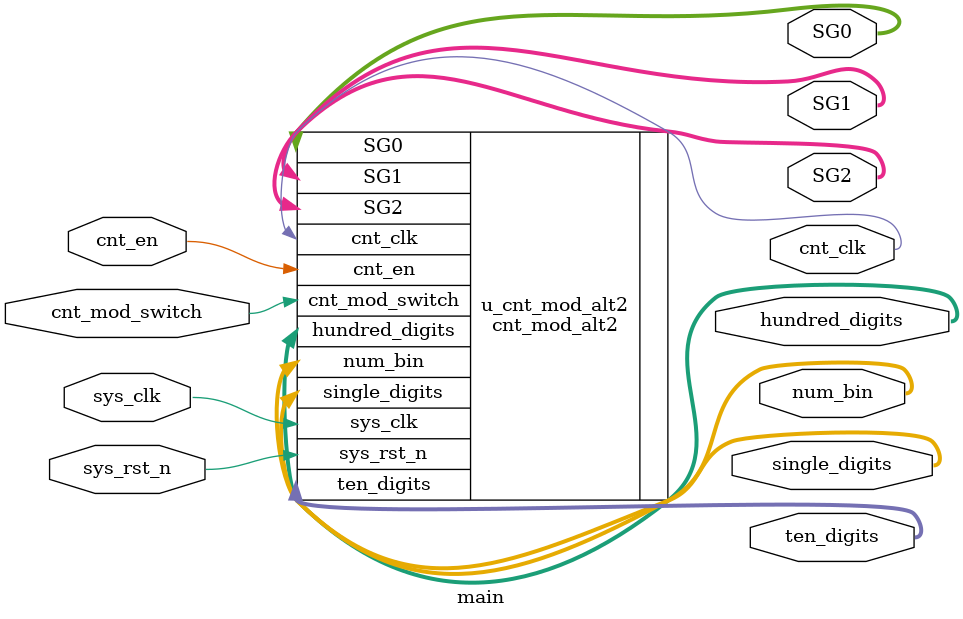
<source format=v>
module main (
    input sys_clk,          // system clock, default frequency = 50MHz
    input sys_rst_n,        // reset signal, 1 => none, 0 => set counter to 0

    input cnt_en,           // enable signal, 1 => start and keep counter, 0 => stop counter
    
    input cnt_mod_switch,   // switch signal, 0 => model_1, 1=> model_2
    
    output [3:0] single_digits,       // single digits detector signal
    output [3:0] ten_digits,          // ten digits detector signal
    output [3:0] hundred_digits,      // hundred digits detector signal

    output          cnt_clk,    // the clock of counter
    output [11:0]   num_bin,    // The value of the counter (binary)
    output [6:0]    SG0,        // nixie tube signal (sigle digits)
    output [6:0]    SG1,        // nixie tube signal (ten digits)
    output [6:0]    SG2         // nixie tube signal (hundred digits)
);
    
    cnt_mod_alt2#(
    .FREQ_DIV_COEFF_WIDTH ( 25 ),
    .FREQ_DIV_COEFF       ( 25'd4 ),
    .MODEL_WIDTH          ( 12 ),
    .MODEL_1              ( 12'b0000_0010_0011 ),
    .MODEL_2              ( 12'b0001_0100_1001 )
    )u_cnt_mod_alt2(
        .sys_clk        ( sys_clk        ),
        .sys_rst_n      ( sys_rst_n      ),

        .cnt_en         ( cnt_en         ),
        .cnt_mod_switch ( cnt_mod_switch ),

        .single_digits  ( single_digits  ),
        .ten_digits     ( ten_digits     ),
        .hundred_digits ( hundred_digits ),

        .cnt_clk        ( cnt_clk        ),
        .num_bin        ( num_bin        ),
        
        .SG0            ( SG0            ),
        .SG1            ( SG1            ),
        .SG2            ( SG2            )
    );

endmodule
</source>
